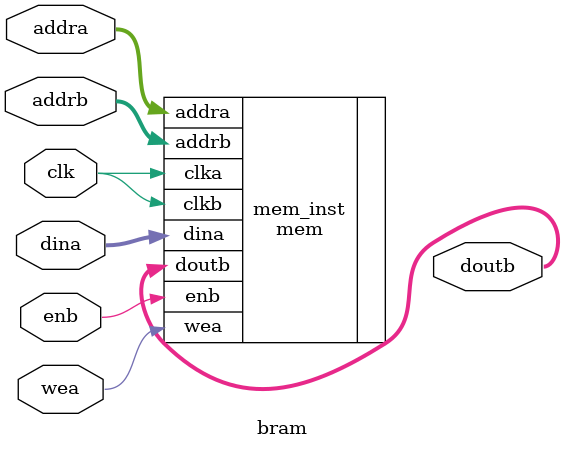
<source format=v>
module bram (
    input  clk,
    input wea,
    input wire [6 : 0] addra,
    input wire [23 : 0] dina,
    input wire enb,
    input wire [6 : 0] addrb,
    output wire [23 : 0] doutb
);


mem mem_inst (
  .clka(clk),    // input wire clka
  .wea(wea),      // input wire [0 : 0] wea
  .addra(addra),  // input wire [6 : 0] addra
  .dina(dina),    // input wire [23 : 0] dina
  .clkb(clk),    // input wire clkb
  .enb(enb),      // input wire enb
  .addrb(addrb),  // input wire [6 : 0] addrb
  .doutb(doutb)  // output wire [23 : 0] doutb
);
endmodule
</source>
